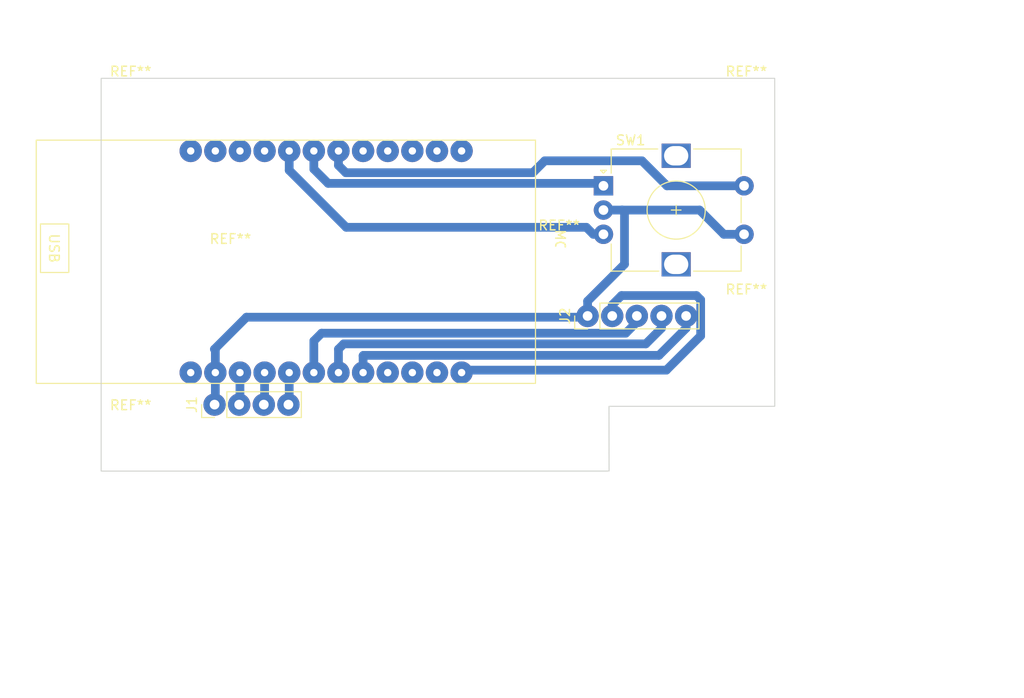
<source format=kicad_pcb>
(kicad_pcb (version 20221018) (generator pcbnew)
  (layers (0 "F.Cu" signal) (31 "B.Cu" signal) (34 "B.Paste" user) (35 "F.Paste" user) (36 "B.SilkS" user "B.Silkscreen") (37 "F.SilkS" user "F.Silkscreen") (38 "B.Mask" user) (39 "F.Mask" user) (44 "Edge.Cuts" user))
  (net 0 "")
  (net 1 "Net-(J2-Pad4)")
  (net 2 "Net-(J1-Pad2)")
  (net 3 "Net-(J1-Pad3)")
  (net 4 "Net-(J1-Pad4)")
  (net 5 "Net-(J2-Pad5)")
  (net 6 "Net-(J2-Pad3)")
  (net 19 "Net-(J1-Pad1)")
  (net 20 "Net-(MCU1-Pad17)")
  (net 21 "Net-(MCU1-Pad18)")
  (net 22 "Net-(MCU1-Pad19)")
  (net 23 "Net-(MCU1-Pad12)")
  (footprint "MountingHole:MountingHole_3.2mm_M3_ISO14580" (layer "F.Cu") (at 210.439 93.726)
    (fp_text reference "REF**" (at 0 -3.75) (layer "F.SilkS"))
    (fp_text value "MountingHole_3.2mm_M3_ISO14580")
    (pad "" np_thru_hole circle (at 0 0) (size 3.2 3.2) (drill 3.2) (layers "*.Cu" "*.Mask"))
  )
  (footprint "Rotary_Encoder:RotaryEncoder_Alps_EC12E-Switch_Vertical_H20mm" (layer "F.Cu") (at 215 85.892)
    (fp_text reference "SW1" (at 2.8 -4.7) (layer "F.SilkS"))
    (fp_text value "RotaryEncoder_Switch")
    (fp_line (start -0.3 -1.6) (end 0.3 -1.6) (stroke (width 0.12)) (layer "F.SilkS"))
    (fp_line (start 0 -1.3) (end -0.3 -1.6) (stroke (width 0.12)) (layer "F.SilkS"))
    (fp_line (start 0.3 -1.6) (end 0 -1.3) (stroke (width 0.12)) (layer "F.SilkS"))
    (fp_line (start 0.8 -3.8) (end 0.8 -1.3) (stroke (width 0.12)) (layer "F.SilkS"))
    (fp_line (start 0.8 8.8) (end 0.8 6) (stroke (width 0.12)) (layer "F.SilkS"))
    (fp_line (start 5.6 -3.8) (end 0.8 -3.8) (stroke (width 0.12)) (layer "F.SilkS"))
    (fp_line (start 5.7 8.8) (end 0.8 8.8) (stroke (width 0.12)) (layer "F.SilkS"))
    (fp_line (start 7 2.5) (end 8 2.5) (stroke (width 0.12)) (layer "F.SilkS"))
    (fp_line (start 7.5 2) (end 7.5 3) (stroke (width 0.12)) (layer "F.SilkS"))
    (fp_line (start 9.3 -3.8) (end 14.2 -3.8) (stroke (width 0.12)) (layer "F.SilkS"))
    (fp_line (start 14.2 -3.8) (end 14.2 -1.2) (stroke (width 0.12)) (layer "F.SilkS"))
    (fp_line (start 14.2 1.2) (end 14.2 3.8) (stroke (width 0.12)) (layer "F.SilkS"))
    (fp_line (start 14.2 6.2) (end 14.2 8.8) (stroke (width 0.12)) (layer "F.SilkS"))
    (fp_line (start 14.2 8.8) (end 9.3 8.8) (stroke (width 0.12)) (layer "F.SilkS"))
    (fp_circle (center 7.5 2.5) (end 10.5 2.5) (stroke (width 0.12)) (fill none) (layer "F.SilkS"))
    (pad "A" thru_hole rect (at 0 0) (size 2 2) (drill 1) (layers "*.Cu" "*.Mask") (net 21 "Net-(MCU1-Pad18)"))
    (pad "B" thru_hole circle (at 0 5) (size 2 2) (drill 1) (layers "*.Cu" "*.Mask") (net 20 "Net-(MCU1-Pad17)"))
    (pad "C" thru_hole circle (at 0 2.5) (size 2 2) (drill 1) (layers "*.Cu" "*.Mask") (net 19 "Net-(J1-Pad1)"))
    (pad "MP" thru_hole rect (at 7.5 -3.1) (size 3 2.5) (drill oval 2.5 2) (layers "*.Cu" "*.Mask"))
    (pad "MP" thru_hole rect (at 7.5 8.1) (size 3 2.5) (drill oval 2.5 2) (layers "*.Cu" "*.Mask"))
    (pad "S1" thru_hole circle (at 14.5 0) (size 2 2) (drill 1) (layers "*.Cu" "*.Mask") (net 22 "Net-(MCU1-Pad19)"))
    (pad "S2" thru_hole circle (at 14.5 5) (size 2 2) (drill 1) (layers "*.Cu" "*.Mask") (net 19 "Net-(J1-Pad1)"))
  )
  (footprint "MountingHole:MountingHole_3.2mm_M3_ISO14580" (layer "F.Cu") (at 166.243 112.268)
    (fp_text reference "REF**" (at 0 -3.75) (layer "F.SilkS"))
    (fp_text value "MountingHole_3.2mm_M3_ISO14580")
    (pad "" np_thru_hole circle (at 0 0) (size 3.2 3.2) (drill 3.2) (layers "*.Cu" "*.Mask"))
  )
  (footprint "Connector_PinHeader_2.54mm:PinHeader_1x05_P2.54mm_Vertical" (layer "F.Cu") (at 213.365 99.314 90)
    (fp_text reference "J2" (at 0 -2.33 90) (layer "F.SilkS"))
    (fp_text value "Conn_01x05_Male")
    (fp_line (start -1.33 -1.33) (end 0 -1.33) (stroke (width 0.12)) (layer "F.SilkS"))
    (fp_line (start -1.33 0) (end -1.33 -1.33) (stroke (width 0.12)) (layer "F.SilkS"))
    (fp_line (start -1.33 1.27) (end -1.33 11.49) (stroke (width 0.12)) (layer "F.SilkS"))
    (fp_line (start -1.33 1.27) (end 1.33 1.27) (stroke (width 0.12)) (layer "F.SilkS"))
    (fp_line (start -1.33 11.49) (end 1.33 11.49) (stroke (width 0.12)) (layer "F.SilkS"))
    (fp_line (start 1.33 1.27) (end 1.33 11.49) (stroke (width 0.12)) (layer "F.SilkS"))
    (pad "1" thru_hole oval (at 0 0 90) (size 2.3 2.3) (drill 1) (layers "*.Cu" "*.Mask") (net 19 "Net-(J1-Pad1)"))
    (pad "2" thru_hole oval (at 0 2.54 90) (size 2.3 2.3) (drill 1) (layers "*.Cu" "*.Mask") (net 23 "Net-(MCU1-Pad12)"))
    (pad "3" thru_hole oval (at 0 5.08 90) (size 2.3 2.3) (drill 1) (layers "*.Cu" "*.Mask") (net 6 "Net-(J2-Pad3)"))
    (pad "4" thru_hole oval (at 0 7.62 90) (size 2.3 2.3) (drill 1) (layers "*.Cu" "*.Mask") (net 1 "Net-(J2-Pad4)"))
    (pad "5" thru_hole oval (at 0 10.16 90) (size 2.3 2.3) (drill 1) (layers "*.Cu" "*.Mask") (net 5 "Net-(J2-Pad5)"))
  )
  (footprint "Connector_PinHeader_2.54mm:PinHeader_1x04_P2.54mm_Vertical" (layer "F.Cu") (at 174.889 108.458 90)
    (fp_text reference "J1" (at 0 -2.33 90) (layer "F.SilkS"))
    (fp_text value "Conn_01x04_Male")
    (fp_line (start -1.33 -1.33) (end 0 -1.33) (stroke (width 0.12)) (layer "F.SilkS"))
    (fp_line (start -1.33 0) (end -1.33 -1.33) (stroke (width 0.12)) (layer "F.SilkS"))
    (fp_line (start -1.33 1.27) (end -1.33 8.95) (stroke (width 0.12)) (layer "F.SilkS"))
    (fp_line (start -1.33 1.27) (end 1.33 1.27) (stroke (width 0.12)) (layer "F.SilkS"))
    (fp_line (start -1.33 8.95) (end 1.33 8.95) (stroke (width 0.12)) (layer "F.SilkS"))
    (fp_line (start 1.33 1.27) (end 1.33 8.95) (stroke (width 0.12)) (layer "F.SilkS"))
    (pad "1" thru_hole oval (at 0 0 90) (size 2.3 2.3) (drill 1) (layers "*.Cu" "*.Mask") (net 19 "Net-(J1-Pad1)"))
    (pad "2" thru_hole oval (at 0 2.54 90) (size 2.3 2.3) (drill 1) (layers "*.Cu" "*.Mask") (net 2 "Net-(J1-Pad2)"))
    (pad "3" thru_hole oval (at 0 5.08 90) (size 2.3 2.3) (drill 1) (layers "*.Cu" "*.Mask") (net 3 "Net-(J1-Pad3)"))
    (pad "4" thru_hole oval (at 0 7.62 90) (size 2.3 2.3) (drill 1) (layers "*.Cu" "*.Mask") (net 4 "Net-(J1-Pad4)"))
  )
  (footprint "MountingHole:MountingHole_3.2mm_M3_ISO14580" (layer "F.Cu") (at 229.743 100.33)
    (fp_text reference "REF**" (at 0 -3.75) (layer "F.SilkS"))
    (fp_text value "MountingHole_3.2mm_M3_ISO14580")
    (pad "" np_thru_hole circle (at -0.02 -0.024) (size 3.2 3.2) (drill 3.2) (layers "F&B.Cu" "*.Mask"))
  )
  (footprint "MountingHole:MountingHole_3.2mm_M3_ISO14580" (layer "F.Cu") (at 176.53 95.123)
    (fp_text reference "REF**" (at 0 -3.75) (layer "F.SilkS"))
    (fp_text value "MountingHole_3.2mm_M3_ISO14580")
    (pad "" np_thru_hole circle (at 0 0) (size 3.2 3.2) (drill 3.2) (layers "*.Cu" "*.Mask"))
  )
  (footprint "TTGO_T_Display:TTGO-T-Display" (layer "F.Cu") (at 204.688 92.329 -90)
    (fp_text reference "MCU1" (at 0.127 -5.842 -90 unlocked) (layer "F.SilkS"))
    (fp_text value "TTGO-T-Display")
    (fp_text user "USB" (at 0 46.355 -90 unlocked) (layer "F.SilkS"))
    (fp_rect (start -11.148 -3.302) (end 13.942 48.188) (stroke (width 0.12)) (fill none) (layer "F.SilkS"))
    (fp_rect (start -2.5 47.752) (end 2.5 44.831) (stroke (width 0.12)) (fill none) (layer "F.SilkS"))
    (pad "1" thru_hole circle (at 12.827 32.258 270) (size 2.3 2.3) (drill 0.762) (layers "*.Cu" "*.Mask"))
    (pad "2" thru_hole circle (at 12.827 29.718 270) (size 2.3 2.3) (drill 0.762) (layers "*.Cu" "*.Mask") (net 19 "Net-(J1-Pad1)"))
    (pad "3" thru_hole circle (at 12.827 27.178 270) (size 2.3 2.3) (drill 0.762) (layers "*.Cu" "*.Mask") (net 2 "Net-(J1-Pad2)"))
    (pad "4" thru_hole circle (at 12.827 24.638 270) (size 2.3 2.3) (drill 0.762) (layers "*.Cu" "*.Mask") (net 3 "Net-(J1-Pad3)"))
    (pad "5" thru_hole circle (at 12.827 22.098 270) (size 2.3 2.3) (drill 0.762) (layers "*.Cu" "*.Mask") (net 4 "Net-(J1-Pad4)"))
    (pad "6" thru_hole circle (at 12.827 19.558 270) (size 2.3 2.3) (drill 0.762) (layers "*.Cu" "*.Mask") (net 6 "Net-(J2-Pad3)"))
    (pad "7" thru_hole circle (at 12.827 17.018 270) (size 2.3 2.3) (drill 0.762) (layers "*.Cu" "*.Mask") (net 1 "Net-(J2-Pad4)"))
    (pad "8" thru_hole circle (at 12.827 14.478 270) (size 2.3 2.3) (drill 0.762) (layers "*.Cu" "*.Mask") (net 5 "Net-(J2-Pad5)"))
    (pad "9" thru_hole circle (at 12.827 11.938 270) (size 2.3 2.3) (drill 0.762) (layers "*.Cu" "*.Mask"))
    (pad "10" thru_hole circle (at 12.827 9.398 270) (size 2.3 2.3) (drill 0.762) (layers "*.Cu" "*.Mask"))
    (pad "11" thru_hole circle (at 12.827 6.858 270) (size 2.3 2.3) (drill 0.762) (layers "*.Cu" "*.Mask"))
    (pad "12" thru_hole circle (at 12.827 4.318 270) (size 2.3 2.3) (drill 0.762) (layers "*.Cu" "*.Mask") (net 23 "Net-(MCU1-Pad12)"))
    (pad "13" thru_hole circle (at -10.033 32.258 270) (size 2.3 2.3) (drill 0.762) (layers "*.Cu" "*.Mask"))
    (pad "14" thru_hole circle (at -10.033 29.718 270) (size 2.3 2.3) (drill 0.762) (layers "*.Cu" "*.Mask"))
    (pad "15" thru_hole circle (at -10.033 27.178 270) (size 2.3 2.3) (drill 0.762) (layers "*.Cu" "*.Mask"))
    (pad "16" thru_hole circle (at -10.033 24.638 270) (size 2.3 2.3) (drill 0.762) (layers "*.Cu" "*.Mask"))
    (pad "17" thru_hole circle (at -10.033 22.098 270) (size 2.3 2.3) (drill 0.762) (layers "*.Cu" "*.Mask") (net 20 "Net-(MCU1-Pad17)"))
    (pad "18" thru_hole circle (at -10.033 19.558 270) (size 2.3 2.3) (drill 0.762) (layers "*.Cu" "*.Mask") (net 21 "Net-(MCU1-Pad18)"))
    (pad "19" thru_hole circle (at -10.033 17.018 270) (size 2.3 2.3) (drill 0.762) (layers "*.Cu" "*.Mask") (net 22 "Net-(MCU1-Pad19)"))
    (pad "20" thru_hole circle (at -10.033 14.478 270) (size 2.3 2.3) (drill 0.762) (layers "*.Cu" "*.Mask"))
    (pad "21" thru_hole circle (at -10.033 11.938 270) (size 2.3 2.3) (drill 0.762) (layers "*.Cu" "*.Mask"))
    (pad "22" thru_hole circle (at -10.033 9.398 270) (size 2.3 2.3) (drill 0.762) (layers "*.Cu" "*.Mask"))
    (pad "23" thru_hole circle (at -10.033 6.858 270) (size 2.3 2.3) (drill 0.762) (layers "*.Cu" "*.Mask"))
    (pad "24" thru_hole circle (at -10.033 4.318 270) (size 2.3 2.3) (drill 0.762) (layers "*.Cu" "*.Mask"))
  )
  (footprint "MountingHole:MountingHole_3.2mm_M3_ISO14580" (layer "F.Cu") (at 166.243 77.849806)
    (fp_text reference "REF**" (at 0 -3.75) (layer "F.SilkS"))
    (fp_text value "MountingHole_3.2mm_M3_ISO14580")
    (pad "" np_thru_hole circle (at -0.012 -0.024) (size 3.2 3.2) (drill 3.2) (layers "F&B.Cu" "*.Mask"))
  )
  (footprint "MountingHole:MountingHole_3.2mm_M3_ISO14580" (layer "F.Cu") (at 229.743 77.851)
    (fp_text reference "REF**" (at 0 -3.75) (layer "F.SilkS"))
    (fp_text value "MountingHole_3.2mm_M3_ISO14580")
    (pad "" np_thru_hole circle (at -0.02 -0.024) (size 3.2 3.2) (drill 3.2) (layers "F&B.Cu" "*.Mask"))
  )
  (gr_poly (pts (xy 163.195 115.316) (xy 215.579343 115.313751) (xy 215.570927 108.633586) (xy 232.666023 108.633586) (xy 232.664 74.803) (xy 163.195 74.803)) (stroke (width 0.1)) (fill none) (layer "Edge.Cuts"))
  (segment (start 220.985 100.579) (end 219.372 102.192) (width 0.9) (layer "B.Cu") (net 1))
  (segment (start 220.985 99.441) (end 220.985 100.579) (width 0.9) (layer "B.Cu") (net 1))
  (segment (start 187.67 102.736) (end 187.67 104.902) (width 0.9) (layer "B.Cu") (net 1))
  (segment (start 219.372 102.192) (end 188.214 102.192) (width 0.9) (layer "B.Cu") (net 1))
  (segment (start 188.214 102.192) (end 187.67 102.736) (width 0.9) (layer "B.Cu") (net 1))
  (segment (start 177.51 108.25) (end 177.429 108.331) (width 0.9) (layer "B.Cu") (net 2))
  (segment (start 177.51 104.902) (end 177.51 108.25) (width 0.9) (layer "B.Cu") (net 2))
  (segment (start 180.05 104.902) (end 180.05 108.25) (width 0.9) (layer "B.Cu") (net 3))
  (segment (start 180.05 108.25) (end 179.969 108.331) (width 0.9) (layer "B.Cu") (net 3))
  (segment (start 182.59 108.25) (end 182.509 108.331) (width 0.9) (layer "B.Cu") (net 4))
  (segment (start 182.59 104.902) (end 182.59 108.25) (width 0.9) (layer "B.Cu") (net 4))
  (segment (start 190.21 103.414) (end 190.21 104.902) (width 0.9) (layer "B.Cu") (net 5))
  (segment (start 190.246 103.378) (end 190.21 103.414) (width 0.9) (layer "B.Cu") (net 5))
  (segment (start 220.726 103.378) (end 190.246 103.378) (width 0.9) (layer "B.Cu") (net 5))
  (segment (start 223.525 100.579) (end 220.726 103.378) (width 0.9) (layer "B.Cu") (net 5))
  (segment (start 223.525 99.441) (end 223.525 100.579) (width 0.9) (layer "B.Cu") (net 5))
  (segment (start 185.928 101.092) (end 185.13 101.89) (width 0.9) (layer "B.Cu") (net 6))
  (segment (start 218.445 99.944) (end 217.297 101.092) (width 0.9) (layer "B.Cu") (net 6))
  (segment (start 218.445 99.441) (end 218.445 99.944) (width 0.9) (layer "B.Cu") (net 6))
  (segment (start 185.13 101.89) (end 185.13 104.902) (width 0.9) (layer "B.Cu") (net 6))
  (segment (start 217.297 101.092) (end 185.928 101.092) (width 0.9) (layer "B.Cu") (net 6))
  (segment (start 174.879 102.743) (end 174.97 102.834) (width 0.9) (layer "B.Cu") (net 19))
  (segment (start 174.97 104.902) (end 174.97 108.25) (width 0.9) (layer "B.Cu") (net 19))
  (segment (start 217.17 88.646) (end 216.916 88.392) (width 0.9) (layer "B.Cu") (net 19))
  (segment (start 174.97 102.834) (end 174.97 104.902) (width 0.9) (layer "B.Cu") (net 19))
  (segment (start 227.417 90.892) (end 224.917 88.392) (width 0.9) (layer "B.Cu") (net 19))
  (segment (start 178.181 99.441) (end 174.879 102.743) (width 0.9) (layer "B.Cu") (net 19))
  (segment (start 229.5 90.892) (end 227.417 90.892) (width 0.9) (layer "B.Cu") (net 19))
  (segment (start 224.917 88.392) (end 216.916 88.392) (width 0.9) (layer "B.Cu") (net 19))
  (segment (start 216.916 88.392) (end 215 88.392) (width 0.9) (layer "B.Cu") (net 19))
  (segment (start 217.17 93.98) (end 217.17 88.646) (width 0.9) (layer "B.Cu") (net 19))
  (segment (start 174.97 108.25) (end 174.889 108.331) (width 0.9) (layer "B.Cu") (net 19))
  (segment (start 213.365 99.441) (end 178.181 99.441) (width 0.9) (layer "B.Cu") (net 19))
  (segment (start 213.365 99.441) (end 213.365 97.785) (width 0.9) (layer "B.Cu") (net 19))
  (segment (start 213.365 97.785) (end 217.17 93.98) (width 0.9) (layer "B.Cu") (net 19))
  (segment (start 213.233 90.17) (end 188.468 90.17) (width 0.9) (layer "B.Cu") (net 20))
  (segment (start 188.468 90.17) (end 182.59 84.292) (width 0.9) (layer "B.Cu") (net 20))
  (segment (start 213.955 90.892) (end 213.233 90.17) (width 0.9) (layer "B.Cu") (net 20))
  (segment (start 215 90.892) (end 213.955 90.892) (width 0.9) (layer "B.Cu") (net 20))
  (segment (start 182.59 84.292) (end 182.59 82.042) (width 0.9) (layer "B.Cu") (net 20))
  (segment (start 215 85.892) (end 214.746 85.638) (width 0.9) (layer "B.Cu") (net 21))
  (segment (start 185.13 84.165) (end 185.13 82.042) (width 0.9) (layer "B.Cu") (net 21))
  (segment (start 186.603 85.638) (end 185.13 84.165) (width 0.9) (layer "B.Cu") (net 21))
  (segment (start 214.746 85.638) (end 186.603 85.638) (width 0.9) (layer "B.Cu") (net 21))
  (segment (start 208.946 83.312) (end 207.72 84.538) (width 0.9) (layer "B.Cu") (net 22))
  (segment (start 218.97 83.312) (end 208.946 83.312) (width 0.9) (layer "B.Cu") (net 22))
  (segment (start 221.55 85.892) (end 218.97 83.312) (width 0.9) (layer "B.Cu") (net 22))
  (segment (start 187.67 83.784) (end 187.67 82.042) (width 0.9) (layer "B.Cu") (net 22))
  (segment (start 229.5 85.892) (end 221.55 85.892) (width 0.9) (layer "B.Cu") (net 22))
  (segment (start 188.424 84.538) (end 187.67 83.784) (width 0.9) (layer "B.Cu") (net 22))
  (segment (start 207.72 84.538) (end 188.424 84.538) (width 0.9) (layer "B.Cu") (net 22))
  (segment (start 225.025 97.644) (end 225.025 101.365) (width 0.9) (layer "B.Cu") (net 23))
  (segment (start 215.905 99.441) (end 215.905 98.166) (width 0.9) (layer "B.Cu") (net 23))
  (segment (start 221.488 104.902) (end 200.37 104.902) (width 0.9) (layer "B.Cu") (net 23))
  (segment (start 225.025 101.365) (end 221.488 104.902) (width 0.9) (layer "B.Cu") (net 23))
  (segment (start 216.860682 97.210318) (end 224.591318 97.210318) (width 0.9) (layer "B.Cu") (net 23))
  (segment (start 215.905 98.166) (end 216.860682 97.210318) (width 0.9) (layer "B.Cu") (net 23))
  (segment (start 224.591318 97.210318) (end 225.025 97.644) (width 0.9) (layer "B.Cu") (net 23))
)
</source>
